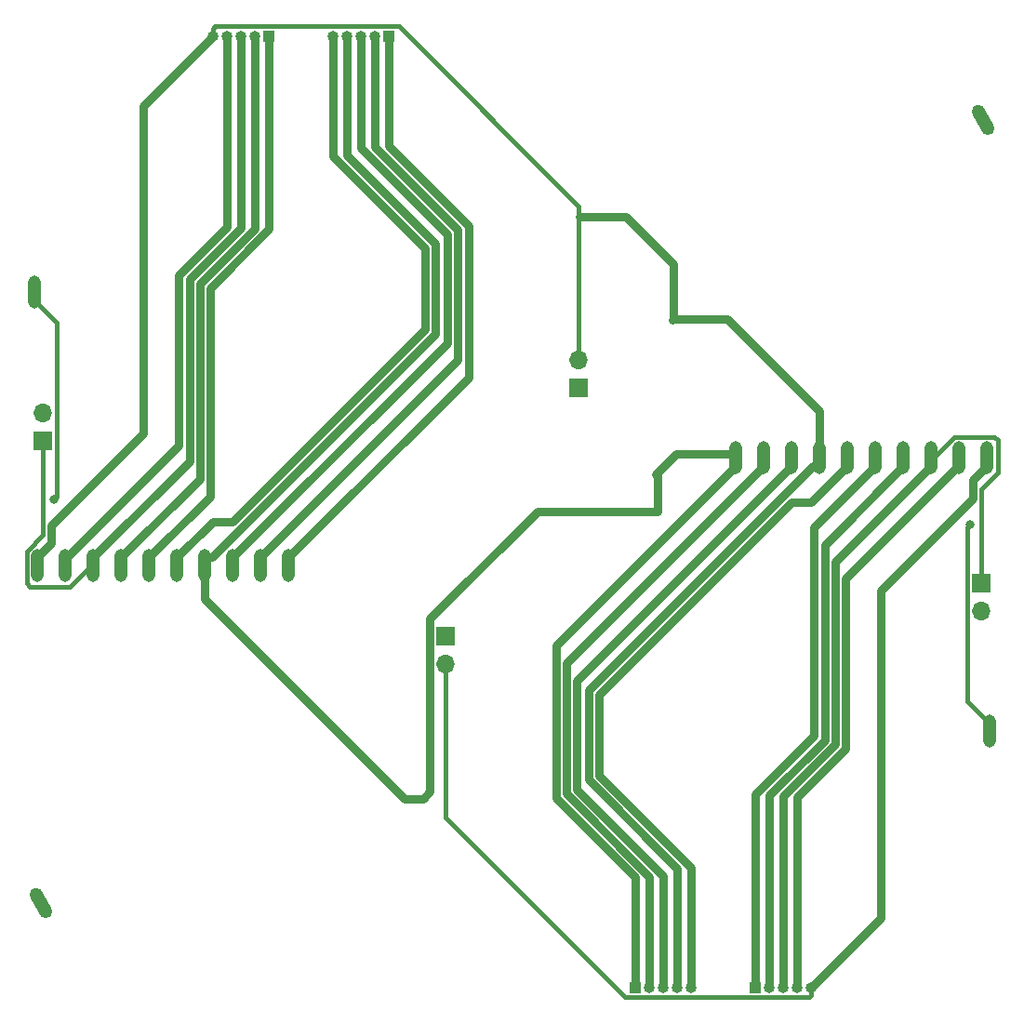
<source format=gbl>
%TF.GenerationSoftware,KiCad,Pcbnew,(6.0.1)*%
%TF.CreationDate,2022-10-14T11:51:33+08:00*%
%TF.ProjectId,CRVisionJoystickMerge,43525669-7369-46f6-9e4a-6f7973746963,rev?*%
%TF.SameCoordinates,Original*%
%TF.FileFunction,Copper,L2,Bot*%
%TF.FilePolarity,Positive*%
%FSLAX46Y46*%
G04 Gerber Fmt 4.6, Leading zero omitted, Abs format (unit mm)*
G04 Created by KiCad (PCBNEW (6.0.1)) date 2022-10-14 11:51:33*
%MOMM*%
%LPD*%
G01*
G04 APERTURE LIST*
G04 Aperture macros list*
%AMHorizOval*
0 Thick line with rounded ends*
0 $1 width*
0 $2 $3 position (X,Y) of the first rounded end (center of the circle)*
0 $4 $5 position (X,Y) of the second rounded end (center of the circle)*
0 Add line between two ends*
20,1,$1,$2,$3,$4,$5,0*
0 Add two circle primitives to create the rounded ends*
1,1,$1,$2,$3*
1,1,$1,$4,$5*%
G04 Aperture macros list end*
%TA.AperFunction,ComponentPad*%
%ADD10R,1.700000X1.700000*%
%TD*%
%TA.AperFunction,ComponentPad*%
%ADD11O,1.700000X1.700000*%
%TD*%
%TA.AperFunction,ComponentPad*%
%ADD12O,1.200000X3.000000*%
%TD*%
%TA.AperFunction,ComponentPad*%
%ADD13R,1.000000X1.000000*%
%TD*%
%TA.AperFunction,ComponentPad*%
%ADD14O,1.000000X1.000000*%
%TD*%
%TA.AperFunction,ComponentPad*%
%ADD15HorizOval,1.200000X-0.450000X0.779423X0.450000X-0.779423X0*%
%TD*%
%TA.AperFunction,ViaPad*%
%ADD16C,0.800000*%
%TD*%
%TA.AperFunction,Conductor*%
%ADD17C,0.750000*%
%TD*%
%TA.AperFunction,Conductor*%
%ADD18C,0.400000*%
%TD*%
G04 APERTURE END LIST*
D10*
X87682000Y-70280000D03*
D11*
X87682000Y-67740000D03*
D10*
X173118000Y-83220000D03*
D11*
X173118000Y-85760000D03*
D10*
X124350000Y-88046000D03*
D11*
X124350000Y-90586000D03*
D10*
X136450000Y-65454000D03*
D11*
X136450000Y-62914000D03*
D12*
X110060000Y-81650000D03*
X107520000Y-81650000D03*
X104980000Y-81650000D03*
X102440000Y-81650000D03*
X99900000Y-81650000D03*
X97360000Y-81650000D03*
X94820000Y-81650000D03*
X92280000Y-81650000D03*
X89740000Y-81650000D03*
X87200000Y-81650000D03*
D13*
X141612000Y-120050000D03*
D14*
X142882000Y-120050000D03*
X144152000Y-120050000D03*
X145422000Y-120050000D03*
X146692000Y-120050000D03*
D15*
X87496052Y-112403559D03*
D13*
X152544000Y-120050000D03*
D14*
X153814000Y-120050000D03*
X155084000Y-120050000D03*
X156354000Y-120050000D03*
X157624000Y-120050000D03*
D12*
X150740000Y-71850000D03*
X153280000Y-71850000D03*
X155820000Y-71850000D03*
X158360000Y-71850000D03*
X160900000Y-71850000D03*
X163440000Y-71850000D03*
X165980000Y-71850000D03*
X168520000Y-71850000D03*
X171060000Y-71850000D03*
X173600000Y-71850000D03*
D13*
X108256000Y-33450000D03*
D14*
X106986000Y-33450000D03*
X105716000Y-33450000D03*
X104446000Y-33450000D03*
X103176000Y-33450000D03*
D12*
X173880000Y-96732000D03*
D15*
X173303948Y-41096441D03*
D13*
X119188000Y-33450000D03*
D14*
X117918000Y-33450000D03*
X116648000Y-33450000D03*
X115378000Y-33450000D03*
X114108000Y-33450000D03*
D12*
X86920000Y-56768000D03*
D16*
X88698000Y-75614000D03*
X172102000Y-77886000D03*
D17*
X126411022Y-50697399D02*
X126411022Y-64548978D01*
X119188000Y-43474376D02*
X126411022Y-50697399D01*
X141612000Y-110025624D02*
X134388978Y-102802601D01*
X134388978Y-88951022D02*
X150740000Y-72600000D01*
X141612000Y-120050000D02*
X141612000Y-110025624D01*
X126411022Y-64548978D02*
X110060000Y-80900000D01*
X119188000Y-33450000D02*
X119188000Y-43474376D01*
X134388978Y-102802601D02*
X134388978Y-88951022D01*
X135338489Y-90541511D02*
X153280000Y-72600000D01*
X142882000Y-109952812D02*
X135338489Y-102409301D01*
X117918000Y-43547188D02*
X125461511Y-51090699D01*
X125461511Y-51090699D02*
X125461511Y-62958489D01*
X135338489Y-102409301D02*
X135338489Y-90541511D01*
X125461511Y-62958489D02*
X107520000Y-80900000D01*
X142882000Y-120050000D02*
X142882000Y-109952812D01*
X117918000Y-33450000D02*
X117918000Y-43547188D01*
X124512000Y-61368000D02*
X104980000Y-80900000D01*
X136288000Y-102016000D02*
X136288000Y-92132000D01*
X116648000Y-33450000D02*
X116648000Y-43620000D01*
X116648000Y-43620000D02*
X124512000Y-51484000D01*
X144152000Y-120050000D02*
X144152000Y-109880000D01*
X124512000Y-51484000D02*
X124512000Y-61368000D01*
X136288000Y-92132000D02*
X155820000Y-72600000D01*
X144152000Y-109880000D02*
X136288000Y-102016000D01*
X122925489Y-86474511D02*
X132700000Y-76700000D01*
X102440000Y-80900000D02*
X102440000Y-84694837D01*
X123429511Y-60513301D02*
X103042812Y-80900000D01*
X122262126Y-102888014D02*
X122925489Y-102224651D01*
X115378000Y-44309188D02*
X123429511Y-52360700D01*
X143500000Y-73300000D02*
X145300000Y-71500000D01*
X102440000Y-84694837D02*
X120633177Y-102888014D01*
X145300000Y-71500000D02*
X150500000Y-71500000D01*
X145100000Y-59200000D02*
X145000000Y-59300000D01*
X132700000Y-76700000D02*
X143600000Y-76700000D01*
X143600000Y-73400000D02*
X143500000Y-73300000D01*
X115378000Y-33450000D02*
X115378000Y-44309188D01*
X120633177Y-102888014D02*
X122262126Y-102888014D01*
X143600000Y-76700000D02*
X143600000Y-73400000D01*
X157757188Y-72600000D02*
X158360000Y-72600000D01*
X145422000Y-109190812D02*
X137370489Y-101139300D01*
X150000000Y-59200000D02*
X145100000Y-59200000D01*
X137370489Y-92986699D02*
X157757188Y-72600000D01*
X122925489Y-102224651D02*
X122925489Y-86474511D01*
X145100000Y-59200000D02*
X145100000Y-54200000D01*
X145100000Y-54200000D02*
X140800000Y-49900000D01*
X103042812Y-80900000D02*
X102440000Y-80900000D01*
X158360000Y-67560000D02*
X150000000Y-59200000D01*
X145422000Y-120050000D02*
X145422000Y-109190812D01*
X140800000Y-49900000D02*
X136500000Y-49900000D01*
X158360000Y-72600000D02*
X158360000Y-67560000D01*
X123429511Y-52360700D02*
X123429511Y-60513301D01*
X137370489Y-101139300D02*
X137370489Y-92986699D01*
X114108000Y-44382000D02*
X122480000Y-52754000D01*
X122480000Y-60120000D02*
X104954000Y-77646000D01*
X104954000Y-77646000D02*
X103154000Y-77646000D01*
X122480000Y-52754000D02*
X122480000Y-60120000D01*
X138320000Y-100746000D02*
X138320000Y-93380000D01*
X146692000Y-109118000D02*
X138320000Y-100746000D01*
X155846000Y-75854000D02*
X157646000Y-75854000D01*
X138320000Y-93380000D02*
X155846000Y-75854000D01*
X103154000Y-77646000D02*
X99900000Y-80900000D01*
X146692000Y-120050000D02*
X146692000Y-109118000D01*
X157646000Y-75854000D02*
X160900000Y-72600000D01*
X114108000Y-33450000D02*
X114108000Y-44382000D01*
X102910044Y-56359200D02*
X102910044Y-75349956D01*
X157889956Y-78150044D02*
X163440000Y-72600000D01*
X152544000Y-120050000D02*
X152544000Y-102486756D01*
X108256000Y-33450000D02*
X108256000Y-51013244D01*
X152544000Y-102486756D02*
X157889956Y-97140800D01*
X108256000Y-51013244D02*
X102910044Y-56359200D01*
X157889956Y-97140800D02*
X157889956Y-78150044D01*
X102910044Y-75349956D02*
X97360000Y-80900000D01*
X158839467Y-97534098D02*
X158839467Y-79740533D01*
X106986000Y-50940433D02*
X101960533Y-55965902D01*
X101960533Y-55965902D02*
X101960533Y-73759467D01*
X158839467Y-79740533D02*
X165980000Y-72600000D01*
X101960533Y-73759467D02*
X94820000Y-80900000D01*
X153814000Y-120050000D02*
X153814000Y-102559567D01*
X106986000Y-33450000D02*
X106986000Y-50940433D01*
X153814000Y-102559567D02*
X158839467Y-97534098D01*
D18*
X92280000Y-81423534D02*
X92280000Y-80900000D01*
D17*
X92280000Y-80900000D02*
X101011022Y-72168978D01*
D18*
X86200480Y-83276480D02*
X86473520Y-83549520D01*
X173099980Y-74663554D02*
X174599520Y-73164014D01*
D17*
X159788978Y-97927399D02*
X155084000Y-102632377D01*
D18*
X87700020Y-70298020D02*
X87700020Y-78836446D01*
X86473520Y-83549520D02*
X90154014Y-83549520D01*
X87700020Y-78836446D02*
X86200480Y-80335986D01*
X174599520Y-70223520D02*
X174326480Y-69950480D01*
D17*
X155084000Y-102632377D02*
X155084000Y-120050000D01*
X105716000Y-50867623D02*
X105716000Y-33450000D01*
X159788978Y-81331022D02*
X159788978Y-97927399D01*
X101011022Y-72168978D02*
X101011022Y-55572601D01*
D18*
X168520000Y-72076466D02*
X168520000Y-72600000D01*
D17*
X101011022Y-55572601D02*
X105716000Y-50867623D01*
D18*
X174599520Y-73164014D02*
X174599520Y-70223520D01*
X173118000Y-83220000D02*
X173099980Y-83201980D01*
D17*
X168520000Y-72600000D02*
X159788978Y-81331022D01*
D18*
X87682000Y-70280000D02*
X87700020Y-70298020D01*
X86200480Y-80335986D02*
X86200480Y-83276480D01*
X170645986Y-69950480D02*
X168520000Y-72076466D01*
X174326480Y-69950480D02*
X170645986Y-69950480D01*
X173099980Y-83201980D02*
X173099980Y-74663554D01*
X90154014Y-83549520D02*
X92280000Y-81423534D01*
D17*
X160738489Y-98320700D02*
X156354000Y-102705189D01*
D18*
X171868489Y-78119511D02*
X172102000Y-77886000D01*
D17*
X104446000Y-50794811D02*
X104446000Y-33450000D01*
X171060000Y-72600000D02*
X170965189Y-72600000D01*
D18*
X88931511Y-59529511D02*
X88931511Y-75380489D01*
X86920000Y-57518000D02*
X88931511Y-59529511D01*
D17*
X100061511Y-55179300D02*
X104446000Y-50794811D01*
X170965189Y-72600000D02*
X160738489Y-82826700D01*
X89834811Y-80900000D02*
X100061511Y-70673300D01*
X156354000Y-102705189D02*
X156354000Y-120050000D01*
D18*
X173880000Y-95982000D02*
X171868489Y-93970489D01*
X88931511Y-75380489D02*
X88698000Y-75614000D01*
D17*
X160738489Y-82826700D02*
X160738489Y-98320700D01*
X100061511Y-70673300D02*
X100061511Y-55179300D01*
X89740000Y-80900000D02*
X89834811Y-80900000D01*
D18*
X171868489Y-93970489D02*
X171868489Y-78119511D01*
D17*
X172325469Y-75551207D02*
X172325469Y-73874531D01*
D18*
X120087511Y-32550489D02*
X103368405Y-32550489D01*
X124350000Y-90586000D02*
X124350000Y-104587022D01*
D17*
X88474531Y-79625469D02*
X87200000Y-80900000D01*
D18*
X103368405Y-32550489D02*
X103176000Y-32742894D01*
X157431595Y-120949511D02*
X157624000Y-120757106D01*
D17*
X103176000Y-33450000D02*
X96826000Y-39800000D01*
D18*
X136450000Y-62914000D02*
X136450000Y-48912978D01*
D17*
X163974000Y-113700000D02*
X163974000Y-83902676D01*
D18*
X103176000Y-32742894D02*
X103176000Y-33450000D01*
X140712489Y-120949511D02*
X157431595Y-120949511D01*
X157624000Y-120757106D02*
X157624000Y-120050000D01*
D17*
X172325469Y-73874531D02*
X173600000Y-72600000D01*
D18*
X124350000Y-104587022D02*
X140712489Y-120949511D01*
D17*
X163974000Y-83902676D02*
X172325469Y-75551207D01*
D18*
X136450000Y-48912978D02*
X120087511Y-32550489D01*
D17*
X88474531Y-77948793D02*
X88474531Y-79625469D01*
X96826000Y-69597324D02*
X88474531Y-77948793D01*
X157624000Y-120050000D02*
X163974000Y-113700000D01*
X96826000Y-39800000D02*
X96826000Y-69597324D01*
M02*

</source>
